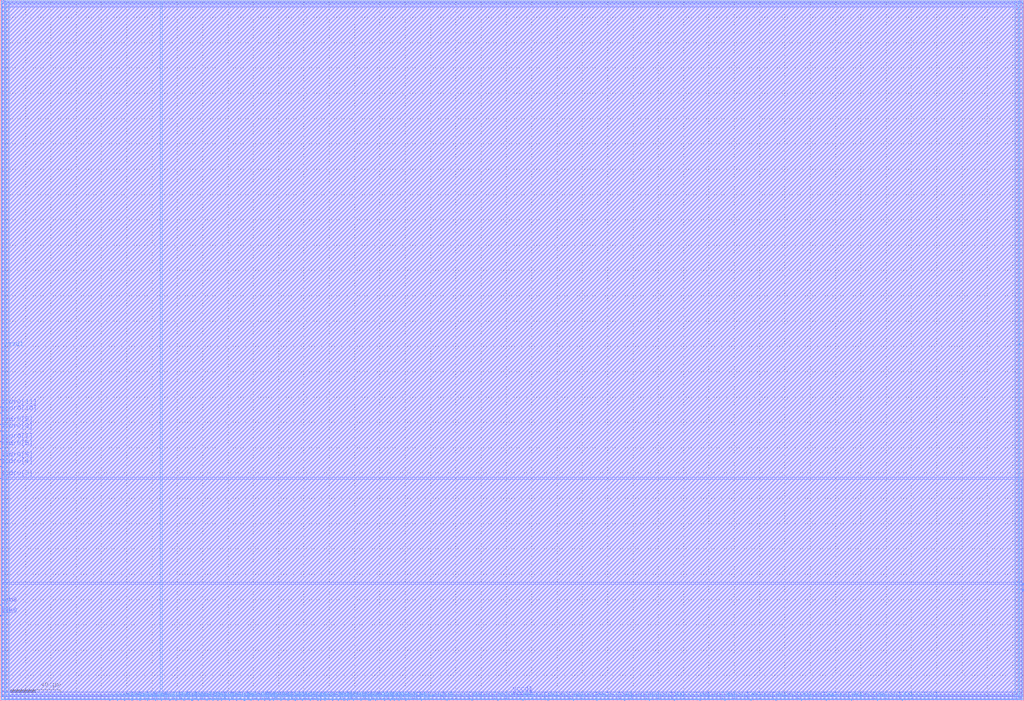
<source format=lef>
VERSION 5.4 ;
NAMESCASESENSITIVE ON ;
BUSBITCHARS "[]" ;
DIVIDERCHAR "/" ;
UNITS
  DATABASE MICRONS 2000 ;
END UNITS
MACRO sram_32_2048_sky130_mask
   CLASS BLOCK ;
   SIZE 808.9 BY 553.9 ;
   SYMMETRY X Y R90 ;
   PIN din0[0]
      DIRECTION INPUT ;
      PORT
         LAYER met4 ;
         RECT  127.16 0.0 127.54 1.06 ;
      END
   END din0[0]
   PIN din0[1]
      DIRECTION INPUT ;
      PORT
         LAYER met4 ;
         RECT  133.96 0.0 134.34 1.06 ;
      END
   END din0[1]
   PIN din0[2]
      DIRECTION INPUT ;
      PORT
         LAYER met4 ;
         RECT  138.72 0.0 139.1 1.06 ;
      END
   END din0[2]
   PIN din0[3]
      DIRECTION INPUT ;
      PORT
         LAYER met4 ;
         RECT  144.84 0.0 145.22 1.06 ;
      END
   END din0[3]
   PIN din0[4]
      DIRECTION INPUT ;
      PORT
         LAYER met4 ;
         RECT  151.64 0.0 152.02 1.06 ;
      END
   END din0[4]
   PIN din0[5]
      DIRECTION INPUT ;
      PORT
         LAYER met4 ;
         RECT  156.4 0.0 156.78 1.06 ;
      END
   END din0[5]
   PIN din0[6]
      DIRECTION INPUT ;
      PORT
         LAYER met4 ;
         RECT  163.2 0.0 163.58 1.06 ;
      END
   END din0[6]
   PIN din0[7]
      DIRECTION INPUT ;
      PORT
         LAYER met4 ;
         RECT  167.96 0.0 168.34 1.06 ;
      END
   END din0[7]
   PIN din0[8]
      DIRECTION INPUT ;
      PORT
         LAYER met4 ;
         RECT  174.76 0.0 175.14 1.06 ;
      END
   END din0[8]
   PIN din0[9]
      DIRECTION INPUT ;
      PORT
         LAYER met4 ;
         RECT  180.88 0.0 181.26 1.06 ;
      END
   END din0[9]
   PIN din0[10]
      DIRECTION INPUT ;
      PORT
         LAYER met4 ;
         RECT  186.32 0.0 186.7 1.06 ;
      END
   END din0[10]
   PIN din0[11]
      DIRECTION INPUT ;
      PORT
         LAYER met4 ;
         RECT  192.44 0.0 192.82 1.06 ;
      END
   END din0[11]
   PIN din0[12]
      DIRECTION INPUT ;
      PORT
         LAYER met4 ;
         RECT  197.88 0.0 198.26 1.06 ;
      END
   END din0[12]
   PIN din0[13]
      DIRECTION INPUT ;
      PORT
         LAYER met4 ;
         RECT  204.0 0.0 204.38 1.06 ;
      END
   END din0[13]
   PIN din0[14]
      DIRECTION INPUT ;
      PORT
         LAYER met4 ;
         RECT  208.76 0.0 209.14 1.06 ;
      END
   END din0[14]
   PIN din0[15]
      DIRECTION INPUT ;
      PORT
         LAYER met4 ;
         RECT  215.56 0.0 215.94 1.06 ;
      END
   END din0[15]
   PIN din0[16]
      DIRECTION INPUT ;
      PORT
         LAYER met4 ;
         RECT  221.68 0.0 222.06 1.06 ;
      END
   END din0[16]
   PIN din0[17]
      DIRECTION INPUT ;
      PORT
         LAYER met4 ;
         RECT  227.12 0.0 227.5 1.06 ;
      END
   END din0[17]
   PIN din0[18]
      DIRECTION INPUT ;
      PORT
         LAYER met4 ;
         RECT  233.24 0.0 233.62 1.06 ;
      END
   END din0[18]
   PIN din0[19]
      DIRECTION INPUT ;
      PORT
         LAYER met4 ;
         RECT  238.68 0.0 239.06 1.06 ;
      END
   END din0[19]
   PIN din0[20]
      DIRECTION INPUT ;
      PORT
         LAYER met4 ;
         RECT  244.8 0.0 245.18 1.06 ;
      END
   END din0[20]
   PIN din0[21]
      DIRECTION INPUT ;
      PORT
         LAYER met4 ;
         RECT  250.92 0.0 251.3 1.06 ;
      END
   END din0[21]
   PIN din0[22]
      DIRECTION INPUT ;
      PORT
         LAYER met4 ;
         RECT  256.36 0.0 256.74 1.06 ;
      END
   END din0[22]
   PIN din0[23]
      DIRECTION INPUT ;
      PORT
         LAYER met4 ;
         RECT  262.48 0.0 262.86 1.06 ;
      END
   END din0[23]
   PIN din0[24]
      DIRECTION INPUT ;
      PORT
         LAYER met4 ;
         RECT  267.24 0.0 267.62 1.06 ;
      END
   END din0[24]
   PIN din0[25]
      DIRECTION INPUT ;
      PORT
         LAYER met4 ;
         RECT  274.04 0.0 274.42 1.06 ;
      END
   END din0[25]
   PIN din0[26]
      DIRECTION INPUT ;
      PORT
         LAYER met4 ;
         RECT  278.8 0.0 279.18 1.06 ;
      END
   END din0[26]
   PIN din0[27]
      DIRECTION INPUT ;
      PORT
         LAYER met4 ;
         RECT  284.92 0.0 285.3 1.06 ;
      END
   END din0[27]
   PIN din0[28]
      DIRECTION INPUT ;
      PORT
         LAYER met4 ;
         RECT  291.04 0.0 291.42 1.06 ;
      END
   END din0[28]
   PIN din0[29]
      DIRECTION INPUT ;
      PORT
         LAYER met4 ;
         RECT  296.48 0.0 296.86 1.06 ;
      END
   END din0[29]
   PIN din0[30]
      DIRECTION INPUT ;
      PORT
         LAYER met4 ;
         RECT  303.28 0.0 303.66 1.06 ;
      END
   END din0[30]
   PIN din0[31]
      DIRECTION INPUT ;
      PORT
         LAYER met4 ;
         RECT  308.04 0.0 308.42 1.06 ;
      END
   END din0[31]
   PIN din0[32]
      DIRECTION INPUT ;
      PORT
         LAYER met4 ;
         RECT  314.84 0.0 315.22 1.06 ;
      END
   END din0[32]
   PIN addr0[0]
      DIRECTION INPUT ;
      PORT
         LAYER met4 ;
         RECT  86.36 0.0 86.74 1.06 ;
      END
   END addr0[0]
   PIN addr0[1]
      DIRECTION INPUT ;
      PORT
         LAYER met4 ;
         RECT  92.48 0.0 92.86 1.06 ;
      END
   END addr0[1]
   PIN addr0[2]
      DIRECTION INPUT ;
      PORT
         LAYER met4 ;
         RECT  97.92 0.0 98.3 1.06 ;
      END
   END addr0[2]
   PIN addr0[3]
      DIRECTION INPUT ;
      PORT
         LAYER met3 ;
         RECT  0.0 175.44 1.06 175.82 ;
      END
   END addr0[3]
   PIN addr0[4]
      DIRECTION INPUT ;
      PORT
         LAYER met3 ;
         RECT  0.0 184.96 1.06 185.34 ;
      END
   END addr0[4]
   PIN addr0[5]
      DIRECTION INPUT ;
      PORT
         LAYER met3 ;
         RECT  0.0 190.4 1.06 190.78 ;
      END
   END addr0[5]
   PIN addr0[6]
      DIRECTION INPUT ;
      PORT
         LAYER met3 ;
         RECT  0.0 199.24 1.06 199.62 ;
      END
   END addr0[6]
   PIN addr0[7]
      DIRECTION INPUT ;
      PORT
         LAYER met3 ;
         RECT  0.0 204.68 1.06 205.06 ;
      END
   END addr0[7]
   PIN addr0[8]
      DIRECTION INPUT ;
      PORT
         LAYER met3 ;
         RECT  0.0 212.84 1.06 213.22 ;
      END
   END addr0[8]
   PIN addr0[9]
      DIRECTION INPUT ;
      PORT
         LAYER met3 ;
         RECT  0.0 218.28 1.06 218.66 ;
      END
   END addr0[9]
   PIN addr0[10]
      DIRECTION INPUT ;
      PORT
         LAYER met3 ;
         RECT  0.0 227.12 1.06 227.5 ;
      END
   END addr0[10]
   PIN addr0[11]
      DIRECTION INPUT ;
      PORT
         LAYER met3 ;
         RECT  0.0 231.88 1.06 232.26 ;
      END
   END addr0[11]
   PIN csb0
      DIRECTION INPUT ;
      PORT
         LAYER met3 ;
         RECT  0.0 66.64 1.06 67.02 ;
      END
   END csb0
   PIN web0
      DIRECTION INPUT ;
      PORT
         LAYER met3 ;
         RECT  0.0 75.48 1.06 75.86 ;
      END
   END web0
   PIN clk0
      DIRECTION INPUT ;
      PORT
         LAYER met3 ;
         RECT  0.0 67.32 1.06 67.7 ;
      END
   END clk0
   PIN wmask0[0]
      DIRECTION INPUT ;
      PORT
         LAYER met4 ;
         RECT  104.04 0.0 104.42 1.06 ;
      END
   END wmask0[0]
   PIN wmask0[1]
      DIRECTION INPUT ;
      PORT
         LAYER met4 ;
         RECT  110.16 0.0 110.54 1.06 ;
      END
   END wmask0[1]
   PIN wmask0[2]
      DIRECTION INPUT ;
      PORT
         LAYER met4 ;
         RECT  116.28 0.0 116.66 1.06 ;
      END
   END wmask0[2]
   PIN wmask0[3]
      DIRECTION INPUT ;
      PORT
         LAYER met4 ;
         RECT  122.4 0.0 122.78 1.06 ;
      END
   END wmask0[3]
   PIN spare_wen0
      DIRECTION INPUT ;
      PORT
         LAYER met4 ;
         RECT  320.28 0.0 320.66 1.06 ;
      END
   END spare_wen0
   PIN dout0[0]
      DIRECTION OUTPUT ;
      PORT
         LAYER met4 ;
         RECT  150.96 0.0 151.34 1.06 ;
      END
   END dout0[0]
   PIN dout0[1]
      DIRECTION OUTPUT ;
      PORT
         LAYER met4 ;
         RECT  172.04 0.0 172.42 1.06 ;
      END
   END dout0[1]
   PIN dout0[2]
      DIRECTION OUTPUT ;
      PORT
         LAYER met4 ;
         RECT  193.12 0.0 193.5 1.06 ;
      END
   END dout0[2]
   PIN dout0[3]
      DIRECTION OUTPUT ;
      PORT
         LAYER met4 ;
         RECT  212.84 0.0 213.22 1.06 ;
      END
   END dout0[3]
   PIN dout0[4]
      DIRECTION OUTPUT ;
      PORT
         LAYER met4 ;
         RECT  232.56 0.0 232.94 1.06 ;
      END
   END dout0[4]
   PIN dout0[5]
      DIRECTION OUTPUT ;
      PORT
         LAYER met4 ;
         RECT  252.96 0.0 253.34 1.06 ;
      END
   END dout0[5]
   PIN dout0[6]
      DIRECTION OUTPUT ;
      PORT
         LAYER met4 ;
         RECT  271.32 0.0 271.7 1.06 ;
      END
   END dout0[6]
   PIN dout0[7]
      DIRECTION OUTPUT ;
      PORT
         LAYER met4 ;
         RECT  292.4 0.0 292.78 1.06 ;
      END
   END dout0[7]
   PIN dout0[8]
      DIRECTION OUTPUT ;
      PORT
         LAYER met4 ;
         RECT  311.44 0.0 311.82 1.06 ;
      END
   END dout0[8]
   PIN dout0[9]
      DIRECTION OUTPUT ;
      PORT
         LAYER met4 ;
         RECT  332.52 0.0 332.9 1.06 ;
      END
   END dout0[9]
   PIN dout0[10]
      DIRECTION OUTPUT ;
      PORT
         LAYER met4 ;
         RECT  352.92 0.0 353.3 1.06 ;
      END
   END dout0[10]
   PIN dout0[11]
      DIRECTION OUTPUT ;
      PORT
         LAYER met4 ;
         RECT  372.64 0.0 373.02 1.06 ;
      END
   END dout0[11]
   PIN dout0[12]
      DIRECTION OUTPUT ;
      PORT
         LAYER met4 ;
         RECT  393.04 0.0 393.42 1.06 ;
      END
   END dout0[12]
   PIN dout0[13]
      DIRECTION OUTPUT ;
      PORT
         LAYER met4 ;
         RECT  412.76 0.0 413.14 1.06 ;
      END
   END dout0[13]
   PIN dout0[14]
      DIRECTION OUTPUT ;
      PORT
         LAYER met4 ;
         RECT  432.48 0.0 432.86 1.06 ;
      END
   END dout0[14]
   PIN dout0[15]
      DIRECTION OUTPUT ;
      PORT
         LAYER met4 ;
         RECT  452.88 0.0 453.26 1.06 ;
      END
   END dout0[15]
   PIN dout0[16]
      DIRECTION OUTPUT ;
      PORT
         LAYER met4 ;
         RECT  471.24 0.0 471.62 1.06 ;
      END
   END dout0[16]
   PIN dout0[17]
      DIRECTION OUTPUT ;
      PORT
         LAYER met4 ;
         RECT  493.0 0.0 493.38 1.06 ;
      END
   END dout0[17]
   PIN dout0[18]
      DIRECTION OUTPUT ;
      PORT
         LAYER met4 ;
         RECT  512.72 0.0 513.1 1.06 ;
      END
   END dout0[18]
   PIN dout0[19]
      DIRECTION OUTPUT ;
      PORT
         LAYER met4 ;
         RECT  532.44 0.0 532.82 1.06 ;
      END
   END dout0[19]
   PIN dout0[20]
      DIRECTION OUTPUT ;
      PORT
         LAYER met4 ;
         RECT  552.84 0.0 553.22 1.06 ;
      END
   END dout0[20]
   PIN dout0[21]
      DIRECTION OUTPUT ;
      PORT
         LAYER met4 ;
         RECT  572.56 0.0 572.94 1.06 ;
      END
   END dout0[21]
   PIN dout0[22]
      DIRECTION OUTPUT ;
      PORT
         LAYER met4 ;
         RECT  592.96 0.0 593.34 1.06 ;
      END
   END dout0[22]
   PIN dout0[23]
      DIRECTION OUTPUT ;
      PORT
         LAYER met4 ;
         RECT  612.68 0.0 613.06 1.06 ;
      END
   END dout0[23]
   PIN dout0[24]
      DIRECTION OUTPUT ;
      PORT
         LAYER met4 ;
         RECT  633.08 0.0 633.46 1.06 ;
      END
   END dout0[24]
   PIN dout0[25]
      DIRECTION OUTPUT ;
      PORT
         LAYER met4 ;
         RECT  652.8 0.0 653.18 1.06 ;
      END
   END dout0[25]
   PIN dout0[26]
      DIRECTION OUTPUT ;
      PORT
         LAYER met4 ;
         RECT  672.52 0.0 672.9 1.06 ;
      END
   END dout0[26]
   PIN dout0[27]
      DIRECTION OUTPUT ;
      PORT
         LAYER met4 ;
         RECT  692.92 0.0 693.3 1.06 ;
      END
   END dout0[27]
   PIN dout0[28]
      DIRECTION OUTPUT ;
      PORT
         LAYER met4 ;
         RECT  712.64 0.0 713.02 1.06 ;
      END
   END dout0[28]
   PIN dout0[29]
      DIRECTION OUTPUT ;
      PORT
         LAYER met3 ;
         RECT  807.84 92.48 808.9 92.86 ;
      END
   END dout0[29]
   PIN dout0[30]
      DIRECTION OUTPUT ;
      PORT
         LAYER met3 ;
         RECT  807.84 91.8 808.9 92.18 ;
      END
   END dout0[30]
   PIN dout0[31]
      DIRECTION OUTPUT ;
      PORT
         LAYER met3 ;
         RECT  807.84 87.04 808.9 87.42 ;
      END
   END dout0[31]
   PIN dout0[32]
      DIRECTION OUTPUT ;
      PORT
         LAYER met3 ;
         RECT  807.84 87.72 808.9 88.1 ;
      END
   END dout0[32]
   PIN vccd1
      DIRECTION INOUT ;
      USE POWER ; 
      SHAPE ABUTMENT ; 
      PORT
         LAYER met4 ;
         RECT  4.76 4.76 6.5 550.5 ;
         LAYER met4 ;
         RECT  802.4 4.76 804.14 550.5 ;
         LAYER met3 ;
         RECT  4.76 548.76 804.14 550.5 ;
         LAYER met3 ;
         RECT  4.76 4.76 804.14 6.5 ;
      END
   END vccd1
   PIN vssd1
      DIRECTION INOUT ;
      USE GROUND ; 
      SHAPE ABUTMENT ; 
      PORT
         LAYER met4 ;
         RECT  805.8 1.36 807.54 553.9 ;
         LAYER met3 ;
         RECT  1.36 552.16 807.54 553.9 ;
         LAYER met4 ;
         RECT  1.36 1.36 3.1 553.9 ;
         LAYER met3 ;
         RECT  1.36 1.36 807.54 3.1 ;
      END
   END vssd1
   OBS
   LAYER  met1 ;
      RECT  0.62 0.62 808.28 553.28 ;
   LAYER  met2 ;
      RECT  0.62 0.62 808.28 553.28 ;
   LAYER  met3 ;
      RECT  1.66 174.84 808.28 176.42 ;
      RECT  0.62 176.42 1.66 184.36 ;
      RECT  0.62 185.94 1.66 189.8 ;
      RECT  0.62 191.38 1.66 198.64 ;
      RECT  0.62 200.22 1.66 204.08 ;
      RECT  0.62 205.66 1.66 212.24 ;
      RECT  0.62 213.82 1.66 217.68 ;
      RECT  0.62 219.26 1.66 226.52 ;
      RECT  0.62 228.1 1.66 231.28 ;
      RECT  0.62 76.46 1.66 174.84 ;
      RECT  0.62 68.3 1.66 74.88 ;
      RECT  1.66 91.88 807.24 93.46 ;
      RECT  1.66 93.46 807.24 174.84 ;
      RECT  807.24 93.46 808.28 174.84 ;
      RECT  807.24 88.7 808.28 91.2 ;
      RECT  1.66 176.42 4.16 548.16 ;
      RECT  1.66 548.16 4.16 551.1 ;
      RECT  4.16 176.42 804.74 548.16 ;
      RECT  804.74 176.42 808.28 548.16 ;
      RECT  804.74 548.16 808.28 551.1 ;
      RECT  1.66 4.16 4.16 7.1 ;
      RECT  1.66 7.1 4.16 91.88 ;
      RECT  4.16 7.1 804.74 91.88 ;
      RECT  804.74 4.16 807.24 7.1 ;
      RECT  804.74 7.1 807.24 91.88 ;
      RECT  0.62 232.86 0.76 551.56 ;
      RECT  0.62 551.56 0.76 553.28 ;
      RECT  0.76 232.86 1.66 551.56 ;
      RECT  1.66 551.1 4.16 551.56 ;
      RECT  4.16 551.1 804.74 551.56 ;
      RECT  804.74 551.1 808.14 551.56 ;
      RECT  808.14 551.1 808.28 551.56 ;
      RECT  808.14 551.56 808.28 553.28 ;
      RECT  0.62 0.62 0.76 0.76 ;
      RECT  0.62 0.76 0.76 3.7 ;
      RECT  0.62 3.7 0.76 66.04 ;
      RECT  0.76 0.62 1.66 0.76 ;
      RECT  0.76 3.7 1.66 66.04 ;
      RECT  807.24 0.62 808.14 0.76 ;
      RECT  807.24 3.7 808.14 86.44 ;
      RECT  808.14 0.62 808.28 0.76 ;
      RECT  808.14 0.76 808.28 3.7 ;
      RECT  808.14 3.7 808.28 86.44 ;
      RECT  1.66 0.62 4.16 0.76 ;
      RECT  1.66 3.7 4.16 4.16 ;
      RECT  4.16 0.62 804.74 0.76 ;
      RECT  4.16 3.7 804.74 4.16 ;
      RECT  804.74 0.62 807.24 0.76 ;
      RECT  804.74 3.7 807.24 4.16 ;
   LAYER  met4 ;
      RECT  126.56 1.66 128.14 553.28 ;
      RECT  128.14 0.62 133.36 1.66 ;
      RECT  134.94 0.62 138.12 1.66 ;
      RECT  139.7 0.62 144.24 1.66 ;
      RECT  152.62 0.62 155.8 1.66 ;
      RECT  157.38 0.62 162.6 1.66 ;
      RECT  164.18 0.62 167.36 1.66 ;
      RECT  175.74 0.62 180.28 1.66 ;
      RECT  181.86 0.62 185.72 1.66 ;
      RECT  187.3 0.62 191.84 1.66 ;
      RECT  198.86 0.62 203.4 1.66 ;
      RECT  204.98 0.62 208.16 1.66 ;
      RECT  216.54 0.62 221.08 1.66 ;
      RECT  222.66 0.62 226.52 1.66 ;
      RECT  234.22 0.62 238.08 1.66 ;
      RECT  239.66 0.62 244.2 1.66 ;
      RECT  245.78 0.62 250.32 1.66 ;
      RECT  257.34 0.62 261.88 1.66 ;
      RECT  263.46 0.62 266.64 1.66 ;
      RECT  275.02 0.62 278.2 1.66 ;
      RECT  279.78 0.62 284.32 1.66 ;
      RECT  285.9 0.62 290.44 1.66 ;
      RECT  297.46 0.62 302.68 1.66 ;
      RECT  304.26 0.62 307.44 1.66 ;
      RECT  87.34 0.62 91.88 1.66 ;
      RECT  93.46 0.62 97.32 1.66 ;
      RECT  98.9 0.62 103.44 1.66 ;
      RECT  105.02 0.62 109.56 1.66 ;
      RECT  111.14 0.62 115.68 1.66 ;
      RECT  117.26 0.62 121.8 1.66 ;
      RECT  123.38 0.62 126.56 1.66 ;
      RECT  315.82 0.62 319.68 1.66 ;
      RECT  145.82 0.62 150.36 1.66 ;
      RECT  168.94 0.62 171.44 1.66 ;
      RECT  173.02 0.62 174.16 1.66 ;
      RECT  194.1 0.62 197.28 1.66 ;
      RECT  209.74 0.62 212.24 1.66 ;
      RECT  213.82 0.62 214.96 1.66 ;
      RECT  228.1 0.62 231.96 1.66 ;
      RECT  251.9 0.62 252.36 1.66 ;
      RECT  253.94 0.62 255.76 1.66 ;
      RECT  268.22 0.62 270.72 1.66 ;
      RECT  272.3 0.62 273.44 1.66 ;
      RECT  293.38 0.62 295.88 1.66 ;
      RECT  309.02 0.62 310.84 1.66 ;
      RECT  312.42 0.62 314.24 1.66 ;
      RECT  321.26 0.62 331.92 1.66 ;
      RECT  333.5 0.62 352.32 1.66 ;
      RECT  353.9 0.62 372.04 1.66 ;
      RECT  373.62 0.62 392.44 1.66 ;
      RECT  394.02 0.62 412.16 1.66 ;
      RECT  413.74 0.62 431.88 1.66 ;
      RECT  433.46 0.62 452.28 1.66 ;
      RECT  453.86 0.62 470.64 1.66 ;
      RECT  472.22 0.62 492.4 1.66 ;
      RECT  493.98 0.62 512.12 1.66 ;
      RECT  513.7 0.62 531.84 1.66 ;
      RECT  533.42 0.62 552.24 1.66 ;
      RECT  553.82 0.62 571.96 1.66 ;
      RECT  573.54 0.62 592.36 1.66 ;
      RECT  593.94 0.62 612.08 1.66 ;
      RECT  613.66 0.62 632.48 1.66 ;
      RECT  634.06 0.62 652.2 1.66 ;
      RECT  653.78 0.62 671.92 1.66 ;
      RECT  673.5 0.62 692.32 1.66 ;
      RECT  693.9 0.62 712.04 1.66 ;
      RECT  4.16 1.66 7.1 4.16 ;
      RECT  4.16 551.1 7.1 553.28 ;
      RECT  7.1 1.66 126.56 4.16 ;
      RECT  7.1 4.16 126.56 551.1 ;
      RECT  7.1 551.1 126.56 553.28 ;
      RECT  128.14 1.66 801.8 4.16 ;
      RECT  128.14 4.16 801.8 551.1 ;
      RECT  128.14 551.1 801.8 553.28 ;
      RECT  801.8 1.66 804.74 4.16 ;
      RECT  801.8 551.1 804.74 553.28 ;
      RECT  713.62 0.62 805.2 0.76 ;
      RECT  713.62 0.76 805.2 1.66 ;
      RECT  805.2 0.62 808.14 0.76 ;
      RECT  808.14 0.62 808.28 0.76 ;
      RECT  808.14 0.76 808.28 1.66 ;
      RECT  804.74 1.66 805.2 4.16 ;
      RECT  808.14 1.66 808.28 4.16 ;
      RECT  804.74 4.16 805.2 551.1 ;
      RECT  808.14 4.16 808.28 551.1 ;
      RECT  804.74 551.1 805.2 553.28 ;
      RECT  808.14 551.1 808.28 553.28 ;
      RECT  0.62 0.62 0.76 0.76 ;
      RECT  0.62 0.76 0.76 1.66 ;
      RECT  0.76 0.62 3.7 0.76 ;
      RECT  3.7 0.62 85.76 0.76 ;
      RECT  3.7 0.76 85.76 1.66 ;
      RECT  0.62 1.66 0.76 4.16 ;
      RECT  3.7 1.66 4.16 4.16 ;
      RECT  0.62 4.16 0.76 551.1 ;
      RECT  3.7 4.16 4.16 551.1 ;
      RECT  0.62 551.1 0.76 553.28 ;
      RECT  3.7 551.1 4.16 553.28 ;
   END
END    sram_32_2048_sky130_mask
END    LIBRARY

</source>
